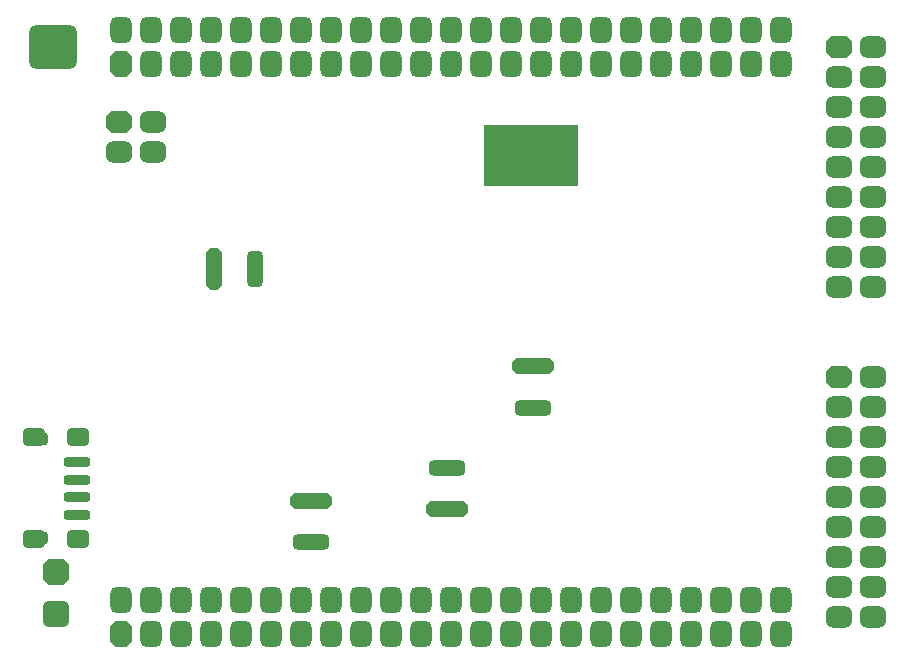
<source format=gbr>
%TF.GenerationSoftware,Altium Limited,Altium Designer,22.7.1 (60)*%
G04 Layer_Color=16711935*
%FSLAX45Y45*%
%MOMM*%
%TF.SameCoordinates,2D3331B9-BAF7-4184-A00F-DBC0A2210F31*%
%TF.FilePolarity,Negative*%
%TF.FileFunction,Soldermask,Bot*%
%TF.Part,Single*%
G01*
G75*
%TA.AperFunction,OtherPad,Pad P2-5 (13.1mm,9.85mm)*%
G04:AMPARAMS|DCode=125|XSize=2mm|YSize=1.1mm|CornerRadius=0.275mm|HoleSize=0mm|Usage=FLASHONLY|Rotation=180.000|XOffset=0mm|YOffset=0mm|HoleType=Round|Shape=RoundedRectangle|*
%AMROUNDEDRECTD125*
21,1,2.00000,0.55000,0,0,180.0*
21,1,1.45000,1.10000,0,0,180.0*
1,1,0.55000,-0.72500,0.27500*
1,1,0.55000,0.72500,0.27500*
1,1,0.55000,0.72500,-0.27500*
1,1,0.55000,-0.72500,-0.27500*
%
%ADD125ROUNDEDRECTD125*%
%TA.AperFunction,OtherPad,Pad P2-5 (13.1mm,18.25mm)*%
G04:AMPARAMS|DCode=126|XSize=2mm|YSize=1.1mm|CornerRadius=0.275mm|HoleSize=0mm|Usage=FLASHONLY|Rotation=180.000|XOffset=0mm|YOffset=0mm|HoleType=Round|Shape=RoundedRectangle|*
%AMROUNDEDRECTD126*
21,1,2.00000,0.55000,0,0,180.0*
21,1,1.45000,1.10000,0,0,180.0*
1,1,0.55000,-0.72500,0.27500*
1,1,0.55000,0.72500,0.27500*
1,1,0.55000,0.72500,-0.27500*
1,1,0.55000,-0.72500,-0.27500*
%
%ADD126ROUNDEDRECTD126*%
%TA.AperFunction,SMDPad,CuDef*%
G04:AMPARAMS|DCode=127|XSize=2.28mm|YSize=0.78mm|CornerRadius=0.215mm|HoleSize=0mm|Usage=FLASHONLY|Rotation=180.000|XOffset=0mm|YOffset=0mm|HoleType=Round|Shape=RoundedRectangle|*
%AMROUNDEDRECTD127*
21,1,2.28000,0.35000,0,0,180.0*
21,1,1.85000,0.78000,0,0,180.0*
1,1,0.43000,-0.92500,0.17500*
1,1,0.43000,0.92500,0.17500*
1,1,0.43000,0.92500,-0.17500*
1,1,0.43000,-0.92500,-0.17500*
%
%ADD127ROUNDEDRECTD127*%
G04:AMPARAMS|DCode=128|XSize=1.28mm|YSize=3.08mm|CornerRadius=0.34mm|HoleSize=0mm|Usage=FLASHONLY|Rotation=270.000|XOffset=0mm|YOffset=0mm|HoleType=Round|Shape=RoundedRectangle|*
%AMROUNDEDRECTD128*
21,1,1.28000,2.40000,0,0,270.0*
21,1,0.60000,3.08000,0,0,270.0*
1,1,0.68000,-1.20000,-0.30000*
1,1,0.68000,-1.20000,0.30000*
1,1,0.68000,1.20000,0.30000*
1,1,0.68000,1.20000,-0.30000*
%
%ADD128ROUNDEDRECTD128*%
G04:AMPARAMS|DCode=129|XSize=1.28mm|YSize=3.58mm|CornerRadius=0mm|HoleSize=0mm|Usage=FLASHONLY|Rotation=270.000|XOffset=0mm|YOffset=0mm|HoleType=Round|Shape=Octagon|*
%AMOCTAGOND129*
4,1,8,1.79000,0.32000,1.79000,-0.32000,1.47000,-0.64000,-1.47000,-0.64000,-1.79000,-0.32000,-1.79000,0.32000,-1.47000,0.64000,1.47000,0.64000,1.79000,0.32000,0.0*
%
%ADD129OCTAGOND129*%

G04:AMPARAMS|DCode=130|XSize=1.28mm|YSize=3.08mm|CornerRadius=0.34mm|HoleSize=0mm|Usage=FLASHONLY|Rotation=0.000|XOffset=0mm|YOffset=0mm|HoleType=Round|Shape=RoundedRectangle|*
%AMROUNDEDRECTD130*
21,1,1.28000,2.40000,0,0,0.0*
21,1,0.60000,3.08000,0,0,0.0*
1,1,0.68000,0.30000,-1.20000*
1,1,0.68000,-0.30000,-1.20000*
1,1,0.68000,-0.30000,1.20000*
1,1,0.68000,0.30000,1.20000*
%
%ADD130ROUNDEDRECTD130*%
G04:AMPARAMS|DCode=131|XSize=1.28mm|YSize=3.58mm|CornerRadius=0mm|HoleSize=0mm|Usage=FLASHONLY|Rotation=0.000|XOffset=0mm|YOffset=0mm|HoleType=Round|Shape=Octagon|*
%AMOCTAGOND131*
4,1,8,-0.32000,1.79000,0.32000,1.79000,0.64000,1.47000,0.64000,-1.47000,0.32000,-1.79000,-0.32000,-1.79000,-0.64000,-1.47000,-0.64000,1.47000,-0.32000,1.79000,0.0*
%
%ADD131OCTAGOND131*%

%TA.AperFunction,ComponentPad*%
G04:AMPARAMS|DCode=132|XSize=1.78mm|YSize=2.18mm|CornerRadius=0mm|HoleSize=0mm|Usage=FLASHONLY|Rotation=270.000|XOffset=0mm|YOffset=0mm|HoleType=Round|Shape=Octagon|*
%AMOCTAGOND132*
4,1,8,1.09000,0.44500,1.09000,-0.44500,0.64500,-0.89000,-0.64500,-0.89000,-1.09000,-0.44500,-1.09000,0.44500,-0.64500,0.89000,0.64500,0.89000,1.09000,0.44500,0.0*
%
%ADD132OCTAGOND132*%

G04:AMPARAMS|DCode=133|XSize=1.78mm|YSize=2.18mm|CornerRadius=0.465mm|HoleSize=0mm|Usage=FLASHONLY|Rotation=270.000|XOffset=0mm|YOffset=0mm|HoleType=Round|Shape=RoundedRectangle|*
%AMROUNDEDRECTD133*
21,1,1.78000,1.25001,0,0,270.0*
21,1,0.85000,2.18000,0,0,270.0*
1,1,0.93000,-0.62500,-0.42500*
1,1,0.93000,-0.62500,0.42500*
1,1,0.93000,0.62500,0.42500*
1,1,0.93000,0.62500,-0.42500*
%
%ADD133ROUNDEDRECTD133*%
G04:AMPARAMS|DCode=134|XSize=1.78mm|YSize=2.18mm|CornerRadius=0mm|HoleSize=0mm|Usage=FLASHONLY|Rotation=0.000|XOffset=0mm|YOffset=0mm|HoleType=Round|Shape=Octagon|*
%AMOCTAGOND134*
4,1,8,-0.44500,1.09000,0.44500,1.09000,0.89000,0.64500,0.89000,-0.64500,0.44500,-1.09000,-0.44500,-1.09000,-0.89000,-0.64500,-0.89000,0.64500,-0.44500,1.09000,0.0*
%
%ADD134OCTAGOND134*%

G04:AMPARAMS|DCode=135|XSize=1.78mm|YSize=2.18mm|CornerRadius=0.465mm|HoleSize=0mm|Usage=FLASHONLY|Rotation=0.000|XOffset=0mm|YOffset=0mm|HoleType=Round|Shape=RoundedRectangle|*
%AMROUNDEDRECTD135*
21,1,1.78000,1.25001,0,0,0.0*
21,1,0.85000,2.18000,0,0,0.0*
1,1,0.93000,0.42500,-0.62500*
1,1,0.93000,-0.42500,-0.62500*
1,1,0.93000,-0.42500,0.62500*
1,1,0.93000,0.42500,0.62500*
%
%ADD135ROUNDEDRECTD135*%
G04:AMPARAMS|DCode=136|XSize=1.88mm|YSize=1.53mm|CornerRadius=0.4025mm|HoleSize=0mm|Usage=FLASHONLY|Rotation=180.000|XOffset=0mm|YOffset=0mm|HoleType=Round|Shape=RoundedRectangle|*
%AMROUNDEDRECTD136*
21,1,1.88000,0.72500,0,0,180.0*
21,1,1.07500,1.53000,0,0,180.0*
1,1,0.80500,-0.53750,0.36250*
1,1,0.80500,0.53750,0.36250*
1,1,0.80500,0.53750,-0.36250*
1,1,0.80500,-0.53750,-0.36250*
%
%ADD136ROUNDEDRECTD136*%
G04:AMPARAMS|DCode=137|XSize=4.08mm|YSize=3.68mm|CornerRadius=0.58mm|HoleSize=0mm|Usage=FLASHONLY|Rotation=0.000|XOffset=0mm|YOffset=0mm|HoleType=Round|Shape=RoundedRectangle|*
%AMROUNDEDRECTD137*
21,1,4.08000,2.52000,0,0,0.0*
21,1,2.92000,3.68000,0,0,0.0*
1,1,1.16000,1.46000,-1.26000*
1,1,1.16000,-1.46000,-1.26000*
1,1,1.16000,-1.46000,1.26000*
1,1,1.16000,1.46000,1.26000*
%
%ADD137ROUNDEDRECTD137*%
G04:AMPARAMS|DCode=138|XSize=2.28mm|YSize=2.28mm|CornerRadius=0mm|HoleSize=0mm|Usage=FLASHONLY|Rotation=270.000|XOffset=0mm|YOffset=0mm|HoleType=Round|Shape=Octagon|*
%AMOCTAGOND138*
4,1,8,-0.57000,-1.14000,0.57000,-1.14000,1.14000,-0.57000,1.14000,0.57000,0.57000,1.14000,-0.57000,1.14000,-1.14000,0.57000,-1.14000,-0.57000,-0.57000,-1.14000,0.0*
%
%ADD138OCTAGOND138*%

G04:AMPARAMS|DCode=139|XSize=2.28mm|YSize=2.28mm|CornerRadius=0.59mm|HoleSize=0mm|Usage=FLASHONLY|Rotation=270.000|XOffset=0mm|YOffset=0mm|HoleType=Round|Shape=RoundedRectangle|*
%AMROUNDEDRECTD139*
21,1,2.28000,1.10000,0,0,270.0*
21,1,1.10000,2.28000,0,0,270.0*
1,1,1.18000,-0.55000,-0.55000*
1,1,1.18000,-0.55000,0.55000*
1,1,1.18000,0.55000,0.55000*
1,1,1.18000,0.55000,-0.55000*
%
%ADD139ROUNDEDRECTD139*%
G36*
X5900000Y3969143D02*
X5110000D01*
X5110000Y4480000D01*
X5900000D01*
X5900000Y3969143D01*
D02*
G37*
D125*
X1310000Y985000D02*
D03*
D126*
Y1825000D02*
D03*
D127*
X1660000Y1630000D02*
D03*
Y1480000D02*
D03*
Y1330000D02*
D03*
Y1180000D02*
D03*
D128*
X3640000Y950000D02*
D03*
X5520000Y2090000D02*
D03*
X4790000Y1580000D02*
D03*
D129*
X3640000Y1300000D02*
D03*
X5520000Y2440000D02*
D03*
X4790000Y1230000D02*
D03*
D130*
X3170000Y3260000D02*
D03*
D131*
X2820000D02*
D03*
D132*
X8108000Y2349500D02*
D03*
Y5143500D02*
D03*
X2012000Y4512400D02*
D03*
D133*
X8108000Y2095500D02*
D03*
Y1841500D02*
D03*
Y1587500D02*
D03*
Y1333500D02*
D03*
Y1079500D02*
D03*
Y825500D02*
D03*
X8402000Y2349500D02*
D03*
Y2095500D02*
D03*
Y1841500D02*
D03*
Y1587500D02*
D03*
Y1333500D02*
D03*
Y1079500D02*
D03*
Y825500D02*
D03*
X8108000Y571500D02*
D03*
Y317500D02*
D03*
X8402000Y571500D02*
D03*
Y317500D02*
D03*
X8108000Y4889500D02*
D03*
Y4635500D02*
D03*
Y4381500D02*
D03*
Y4127500D02*
D03*
Y3873500D02*
D03*
Y3619500D02*
D03*
X8402000Y5143500D02*
D03*
Y4889500D02*
D03*
Y4635500D02*
D03*
Y4381500D02*
D03*
Y4127500D02*
D03*
Y3873500D02*
D03*
Y3619500D02*
D03*
X8108000Y3365500D02*
D03*
Y3111500D02*
D03*
X8402000Y3365500D02*
D03*
Y3111500D02*
D03*
X2306000Y4512400D02*
D03*
Y4258400D02*
D03*
X2012000D02*
D03*
D134*
X2032000Y170500D02*
D03*
Y4996500D02*
D03*
D135*
X2286000Y170500D02*
D03*
X2540000D02*
D03*
X2794000D02*
D03*
X3048000D02*
D03*
X3302000D02*
D03*
X3556000D02*
D03*
X3810000D02*
D03*
X4064000D02*
D03*
X4318000D02*
D03*
X4572000D02*
D03*
X4826000D02*
D03*
X5080000D02*
D03*
X5334000D02*
D03*
X5588000D02*
D03*
X5842000D02*
D03*
X6096000D02*
D03*
X6350000D02*
D03*
X6604000D02*
D03*
X6858000D02*
D03*
X7112000D02*
D03*
X7366000D02*
D03*
X7620000D02*
D03*
X2032000Y464500D02*
D03*
X2286000D02*
D03*
X2540000D02*
D03*
X2794000D02*
D03*
X3048000D02*
D03*
X3302000D02*
D03*
X3556000D02*
D03*
X3810000D02*
D03*
X4064000D02*
D03*
X4318000D02*
D03*
X4572000D02*
D03*
X4826000D02*
D03*
X5080000D02*
D03*
X5334000D02*
D03*
X5588000D02*
D03*
X5842000D02*
D03*
X6096000D02*
D03*
X6350000D02*
D03*
X6604000D02*
D03*
X6858000D02*
D03*
X7112000D02*
D03*
X7366000D02*
D03*
X7620000D02*
D03*
X2286000Y4996500D02*
D03*
X2540000D02*
D03*
X2794000D02*
D03*
X3048000D02*
D03*
X3302000D02*
D03*
X3556000D02*
D03*
X3810000D02*
D03*
X4064000D02*
D03*
X4318000D02*
D03*
X4572000D02*
D03*
X4826000D02*
D03*
X5080000D02*
D03*
X5334000D02*
D03*
X5588000D02*
D03*
X5842000D02*
D03*
X6096000D02*
D03*
X6350000D02*
D03*
X6604000D02*
D03*
X6858000D02*
D03*
X7112000D02*
D03*
X7366000D02*
D03*
X7620000D02*
D03*
X2032000Y5290500D02*
D03*
X2286000D02*
D03*
X2540000D02*
D03*
X2794000D02*
D03*
X3048000D02*
D03*
X3302000D02*
D03*
X3556000D02*
D03*
X3810000D02*
D03*
X4064000D02*
D03*
X4318000D02*
D03*
X4572000D02*
D03*
X4826000D02*
D03*
X5080000D02*
D03*
X5334000D02*
D03*
X5588000D02*
D03*
X5842000D02*
D03*
X6096000D02*
D03*
X6350000D02*
D03*
X6604000D02*
D03*
X6858000D02*
D03*
X7112000D02*
D03*
X7366000D02*
D03*
X7620000D02*
D03*
D136*
X1672000Y978000D02*
D03*
X1292000D02*
D03*
X1672000Y1842000D02*
D03*
X1292000D02*
D03*
D137*
X1460500Y5143500D02*
D03*
D138*
X1480000Y695000D02*
D03*
D139*
Y345000D02*
D03*
%TF.MD5,2d26b0b057fac0eed82dc5a9cf8e367c*%
M02*

</source>
